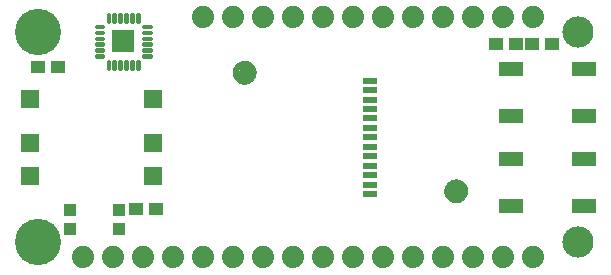
<source format=gbr>
G04 EAGLE Gerber RS-274X export*
G75*
%MOMM*%
%FSLAX34Y34*%
%LPD*%
%INSoldermask Top*%
%IPPOS*%
%AMOC8*
5,1,8,0,0,1.08239X$1,22.5*%
G01*
%ADD10C,1.101600*%
%ADD11C,0.500000*%
%ADD12C,2.641600*%
%ADD13C,3.911600*%
%ADD14C,1.879600*%
%ADD15R,1.001600X1.001600*%
%ADD16R,1.301600X0.501600*%
%ADD17R,2.101600X1.301600*%
%ADD18R,1.601600X1.501600*%
%ADD19R,1.176600X1.101600*%
%ADD20C,0.240406*%
%ADD21R,1.879600X1.879600*%


D10*
X200660Y168910D03*
D11*
X200660Y176410D02*
X200479Y176408D01*
X200298Y176401D01*
X200117Y176390D01*
X199936Y176375D01*
X199756Y176355D01*
X199576Y176331D01*
X199397Y176303D01*
X199219Y176270D01*
X199042Y176233D01*
X198865Y176192D01*
X198690Y176147D01*
X198515Y176097D01*
X198342Y176043D01*
X198171Y175985D01*
X198000Y175923D01*
X197832Y175856D01*
X197665Y175786D01*
X197499Y175712D01*
X197336Y175633D01*
X197175Y175551D01*
X197015Y175465D01*
X196858Y175375D01*
X196703Y175281D01*
X196550Y175184D01*
X196400Y175082D01*
X196252Y174978D01*
X196106Y174869D01*
X195964Y174758D01*
X195824Y174642D01*
X195687Y174524D01*
X195552Y174402D01*
X195421Y174277D01*
X195293Y174149D01*
X195168Y174018D01*
X195046Y173883D01*
X194928Y173746D01*
X194812Y173606D01*
X194701Y173464D01*
X194592Y173318D01*
X194488Y173170D01*
X194386Y173020D01*
X194289Y172867D01*
X194195Y172712D01*
X194105Y172555D01*
X194019Y172395D01*
X193937Y172234D01*
X193858Y172071D01*
X193784Y171905D01*
X193714Y171738D01*
X193647Y171570D01*
X193585Y171399D01*
X193527Y171228D01*
X193473Y171055D01*
X193423Y170880D01*
X193378Y170705D01*
X193337Y170528D01*
X193300Y170351D01*
X193267Y170173D01*
X193239Y169994D01*
X193215Y169814D01*
X193195Y169634D01*
X193180Y169453D01*
X193169Y169272D01*
X193162Y169091D01*
X193160Y168910D01*
X200660Y176410D02*
X200841Y176408D01*
X201022Y176401D01*
X201203Y176390D01*
X201384Y176375D01*
X201564Y176355D01*
X201744Y176331D01*
X201923Y176303D01*
X202101Y176270D01*
X202278Y176233D01*
X202455Y176192D01*
X202630Y176147D01*
X202805Y176097D01*
X202978Y176043D01*
X203149Y175985D01*
X203320Y175923D01*
X203488Y175856D01*
X203655Y175786D01*
X203821Y175712D01*
X203984Y175633D01*
X204145Y175551D01*
X204305Y175465D01*
X204462Y175375D01*
X204617Y175281D01*
X204770Y175184D01*
X204920Y175082D01*
X205068Y174978D01*
X205214Y174869D01*
X205356Y174758D01*
X205496Y174642D01*
X205633Y174524D01*
X205768Y174402D01*
X205899Y174277D01*
X206027Y174149D01*
X206152Y174018D01*
X206274Y173883D01*
X206392Y173746D01*
X206508Y173606D01*
X206619Y173464D01*
X206728Y173318D01*
X206832Y173170D01*
X206934Y173020D01*
X207031Y172867D01*
X207125Y172712D01*
X207215Y172555D01*
X207301Y172395D01*
X207383Y172234D01*
X207462Y172071D01*
X207536Y171905D01*
X207606Y171738D01*
X207673Y171570D01*
X207735Y171399D01*
X207793Y171228D01*
X207847Y171055D01*
X207897Y170880D01*
X207942Y170705D01*
X207983Y170528D01*
X208020Y170351D01*
X208053Y170173D01*
X208081Y169994D01*
X208105Y169814D01*
X208125Y169634D01*
X208140Y169453D01*
X208151Y169272D01*
X208158Y169091D01*
X208160Y168910D01*
X208158Y168729D01*
X208151Y168548D01*
X208140Y168367D01*
X208125Y168186D01*
X208105Y168006D01*
X208081Y167826D01*
X208053Y167647D01*
X208020Y167469D01*
X207983Y167292D01*
X207942Y167115D01*
X207897Y166940D01*
X207847Y166765D01*
X207793Y166592D01*
X207735Y166421D01*
X207673Y166250D01*
X207606Y166082D01*
X207536Y165915D01*
X207462Y165749D01*
X207383Y165586D01*
X207301Y165425D01*
X207215Y165265D01*
X207125Y165108D01*
X207031Y164953D01*
X206934Y164800D01*
X206832Y164650D01*
X206728Y164502D01*
X206619Y164356D01*
X206508Y164214D01*
X206392Y164074D01*
X206274Y163937D01*
X206152Y163802D01*
X206027Y163671D01*
X205899Y163543D01*
X205768Y163418D01*
X205633Y163296D01*
X205496Y163178D01*
X205356Y163062D01*
X205214Y162951D01*
X205068Y162842D01*
X204920Y162738D01*
X204770Y162636D01*
X204617Y162539D01*
X204462Y162445D01*
X204305Y162355D01*
X204145Y162269D01*
X203984Y162187D01*
X203821Y162108D01*
X203655Y162034D01*
X203488Y161964D01*
X203320Y161897D01*
X203149Y161835D01*
X202978Y161777D01*
X202805Y161723D01*
X202630Y161673D01*
X202455Y161628D01*
X202278Y161587D01*
X202101Y161550D01*
X201923Y161517D01*
X201744Y161489D01*
X201564Y161465D01*
X201384Y161445D01*
X201203Y161430D01*
X201022Y161419D01*
X200841Y161412D01*
X200660Y161410D01*
X200479Y161412D01*
X200298Y161419D01*
X200117Y161430D01*
X199936Y161445D01*
X199756Y161465D01*
X199576Y161489D01*
X199397Y161517D01*
X199219Y161550D01*
X199042Y161587D01*
X198865Y161628D01*
X198690Y161673D01*
X198515Y161723D01*
X198342Y161777D01*
X198171Y161835D01*
X198000Y161897D01*
X197832Y161964D01*
X197665Y162034D01*
X197499Y162108D01*
X197336Y162187D01*
X197175Y162269D01*
X197015Y162355D01*
X196858Y162445D01*
X196703Y162539D01*
X196550Y162636D01*
X196400Y162738D01*
X196252Y162842D01*
X196106Y162951D01*
X195964Y163062D01*
X195824Y163178D01*
X195687Y163296D01*
X195552Y163418D01*
X195421Y163543D01*
X195293Y163671D01*
X195168Y163802D01*
X195046Y163937D01*
X194928Y164074D01*
X194812Y164214D01*
X194701Y164356D01*
X194592Y164502D01*
X194488Y164650D01*
X194386Y164800D01*
X194289Y164953D01*
X194195Y165108D01*
X194105Y165265D01*
X194019Y165425D01*
X193937Y165586D01*
X193858Y165749D01*
X193784Y165915D01*
X193714Y166082D01*
X193647Y166250D01*
X193585Y166421D01*
X193527Y166592D01*
X193473Y166765D01*
X193423Y166940D01*
X193378Y167115D01*
X193337Y167292D01*
X193300Y167469D01*
X193267Y167647D01*
X193239Y167826D01*
X193215Y168006D01*
X193195Y168186D01*
X193180Y168367D01*
X193169Y168548D01*
X193162Y168729D01*
X193160Y168910D01*
D10*
X379730Y68580D03*
D11*
X379730Y76080D02*
X379549Y76078D01*
X379368Y76071D01*
X379187Y76060D01*
X379006Y76045D01*
X378826Y76025D01*
X378646Y76001D01*
X378467Y75973D01*
X378289Y75940D01*
X378112Y75903D01*
X377935Y75862D01*
X377760Y75817D01*
X377585Y75767D01*
X377412Y75713D01*
X377241Y75655D01*
X377070Y75593D01*
X376902Y75526D01*
X376735Y75456D01*
X376569Y75382D01*
X376406Y75303D01*
X376245Y75221D01*
X376085Y75135D01*
X375928Y75045D01*
X375773Y74951D01*
X375620Y74854D01*
X375470Y74752D01*
X375322Y74648D01*
X375176Y74539D01*
X375034Y74428D01*
X374894Y74312D01*
X374757Y74194D01*
X374622Y74072D01*
X374491Y73947D01*
X374363Y73819D01*
X374238Y73688D01*
X374116Y73553D01*
X373998Y73416D01*
X373882Y73276D01*
X373771Y73134D01*
X373662Y72988D01*
X373558Y72840D01*
X373456Y72690D01*
X373359Y72537D01*
X373265Y72382D01*
X373175Y72225D01*
X373089Y72065D01*
X373007Y71904D01*
X372928Y71741D01*
X372854Y71575D01*
X372784Y71408D01*
X372717Y71240D01*
X372655Y71069D01*
X372597Y70898D01*
X372543Y70725D01*
X372493Y70550D01*
X372448Y70375D01*
X372407Y70198D01*
X372370Y70021D01*
X372337Y69843D01*
X372309Y69664D01*
X372285Y69484D01*
X372265Y69304D01*
X372250Y69123D01*
X372239Y68942D01*
X372232Y68761D01*
X372230Y68580D01*
X379730Y76080D02*
X379911Y76078D01*
X380092Y76071D01*
X380273Y76060D01*
X380454Y76045D01*
X380634Y76025D01*
X380814Y76001D01*
X380993Y75973D01*
X381171Y75940D01*
X381348Y75903D01*
X381525Y75862D01*
X381700Y75817D01*
X381875Y75767D01*
X382048Y75713D01*
X382219Y75655D01*
X382390Y75593D01*
X382558Y75526D01*
X382725Y75456D01*
X382891Y75382D01*
X383054Y75303D01*
X383215Y75221D01*
X383375Y75135D01*
X383532Y75045D01*
X383687Y74951D01*
X383840Y74854D01*
X383990Y74752D01*
X384138Y74648D01*
X384284Y74539D01*
X384426Y74428D01*
X384566Y74312D01*
X384703Y74194D01*
X384838Y74072D01*
X384969Y73947D01*
X385097Y73819D01*
X385222Y73688D01*
X385344Y73553D01*
X385462Y73416D01*
X385578Y73276D01*
X385689Y73134D01*
X385798Y72988D01*
X385902Y72840D01*
X386004Y72690D01*
X386101Y72537D01*
X386195Y72382D01*
X386285Y72225D01*
X386371Y72065D01*
X386453Y71904D01*
X386532Y71741D01*
X386606Y71575D01*
X386676Y71408D01*
X386743Y71240D01*
X386805Y71069D01*
X386863Y70898D01*
X386917Y70725D01*
X386967Y70550D01*
X387012Y70375D01*
X387053Y70198D01*
X387090Y70021D01*
X387123Y69843D01*
X387151Y69664D01*
X387175Y69484D01*
X387195Y69304D01*
X387210Y69123D01*
X387221Y68942D01*
X387228Y68761D01*
X387230Y68580D01*
X387228Y68399D01*
X387221Y68218D01*
X387210Y68037D01*
X387195Y67856D01*
X387175Y67676D01*
X387151Y67496D01*
X387123Y67317D01*
X387090Y67139D01*
X387053Y66962D01*
X387012Y66785D01*
X386967Y66610D01*
X386917Y66435D01*
X386863Y66262D01*
X386805Y66091D01*
X386743Y65920D01*
X386676Y65752D01*
X386606Y65585D01*
X386532Y65419D01*
X386453Y65256D01*
X386371Y65095D01*
X386285Y64935D01*
X386195Y64778D01*
X386101Y64623D01*
X386004Y64470D01*
X385902Y64320D01*
X385798Y64172D01*
X385689Y64026D01*
X385578Y63884D01*
X385462Y63744D01*
X385344Y63607D01*
X385222Y63472D01*
X385097Y63341D01*
X384969Y63213D01*
X384838Y63088D01*
X384703Y62966D01*
X384566Y62848D01*
X384426Y62732D01*
X384284Y62621D01*
X384138Y62512D01*
X383990Y62408D01*
X383840Y62306D01*
X383687Y62209D01*
X383532Y62115D01*
X383375Y62025D01*
X383215Y61939D01*
X383054Y61857D01*
X382891Y61778D01*
X382725Y61704D01*
X382558Y61634D01*
X382390Y61567D01*
X382219Y61505D01*
X382048Y61447D01*
X381875Y61393D01*
X381700Y61343D01*
X381525Y61298D01*
X381348Y61257D01*
X381171Y61220D01*
X380993Y61187D01*
X380814Y61159D01*
X380634Y61135D01*
X380454Y61115D01*
X380273Y61100D01*
X380092Y61089D01*
X379911Y61082D01*
X379730Y61080D01*
X379549Y61082D01*
X379368Y61089D01*
X379187Y61100D01*
X379006Y61115D01*
X378826Y61135D01*
X378646Y61159D01*
X378467Y61187D01*
X378289Y61220D01*
X378112Y61257D01*
X377935Y61298D01*
X377760Y61343D01*
X377585Y61393D01*
X377412Y61447D01*
X377241Y61505D01*
X377070Y61567D01*
X376902Y61634D01*
X376735Y61704D01*
X376569Y61778D01*
X376406Y61857D01*
X376245Y61939D01*
X376085Y62025D01*
X375928Y62115D01*
X375773Y62209D01*
X375620Y62306D01*
X375470Y62408D01*
X375322Y62512D01*
X375176Y62621D01*
X375034Y62732D01*
X374894Y62848D01*
X374757Y62966D01*
X374622Y63088D01*
X374491Y63213D01*
X374363Y63341D01*
X374238Y63472D01*
X374116Y63607D01*
X373998Y63744D01*
X373882Y63884D01*
X373771Y64026D01*
X373662Y64172D01*
X373558Y64320D01*
X373456Y64470D01*
X373359Y64623D01*
X373265Y64778D01*
X373175Y64935D01*
X373089Y65095D01*
X373007Y65256D01*
X372928Y65419D01*
X372854Y65585D01*
X372784Y65752D01*
X372717Y65920D01*
X372655Y66091D01*
X372597Y66262D01*
X372543Y66435D01*
X372493Y66610D01*
X372448Y66785D01*
X372407Y66962D01*
X372370Y67139D01*
X372337Y67317D01*
X372309Y67496D01*
X372285Y67676D01*
X372265Y67856D01*
X372250Y68037D01*
X372239Y68218D01*
X372232Y68399D01*
X372230Y68580D01*
D12*
X482600Y203200D03*
X482600Y25400D03*
D13*
X25400Y203200D03*
X25400Y25400D03*
D14*
X165100Y215900D03*
X190500Y215900D03*
X215900Y215900D03*
X241300Y215900D03*
X266700Y215900D03*
X292100Y215900D03*
X317500Y215900D03*
X342900Y215900D03*
X368300Y215900D03*
X393700Y215900D03*
X419100Y215900D03*
X444500Y215900D03*
X165100Y12700D03*
X190500Y12700D03*
X215900Y12700D03*
X241300Y12700D03*
X266700Y12700D03*
X292100Y12700D03*
X317500Y12700D03*
X342900Y12700D03*
X368300Y12700D03*
X393700Y12700D03*
X419100Y12700D03*
X444500Y12700D03*
X139700Y12700D03*
X114300Y12700D03*
X88900Y12700D03*
X63500Y12700D03*
D15*
X94160Y52450D03*
X94160Y36450D03*
X53160Y36450D03*
X53160Y52450D03*
D16*
X306400Y66300D03*
X306400Y74300D03*
X306400Y82300D03*
X306400Y90300D03*
X306400Y98300D03*
X306400Y106300D03*
X306400Y114300D03*
X306400Y122300D03*
X306400Y130300D03*
X306400Y138300D03*
X306400Y146300D03*
X306400Y154300D03*
X306400Y162300D03*
D17*
X488200Y56200D03*
X426200Y56200D03*
X426200Y96200D03*
X488200Y96200D03*
X426200Y172400D03*
X488200Y172400D03*
X488200Y132400D03*
X426200Y132400D03*
D18*
X19120Y146800D03*
X19120Y109800D03*
X19120Y81800D03*
X123120Y81800D03*
X123120Y109800D03*
X123120Y146800D03*
D19*
X108340Y53340D03*
X125340Y53340D03*
D20*
X81096Y208786D02*
X74484Y208786D01*
X81096Y208786D02*
X81096Y207374D01*
X74484Y207374D01*
X74484Y208786D01*
X74484Y203786D02*
X81096Y203786D01*
X81096Y202374D01*
X74484Y202374D01*
X74484Y203786D01*
X74484Y198786D02*
X81096Y198786D01*
X81096Y197374D01*
X74484Y197374D01*
X74484Y198786D01*
X74484Y193786D02*
X81096Y193786D01*
X81096Y192374D01*
X74484Y192374D01*
X74484Y193786D01*
X74484Y188786D02*
X81096Y188786D01*
X81096Y187374D01*
X74484Y187374D01*
X74484Y188786D01*
X74484Y183786D02*
X81096Y183786D01*
X81096Y182374D01*
X74484Y182374D01*
X74484Y183786D01*
X85996Y178886D02*
X85996Y172274D01*
X84584Y172274D01*
X84584Y178886D01*
X85996Y178886D01*
X85996Y174558D02*
X84584Y174558D01*
X84584Y176842D02*
X85996Y176842D01*
X90996Y178886D02*
X90996Y172274D01*
X89584Y172274D01*
X89584Y178886D01*
X90996Y178886D01*
X90996Y174558D02*
X89584Y174558D01*
X89584Y176842D02*
X90996Y176842D01*
X95996Y178886D02*
X95996Y172274D01*
X94584Y172274D01*
X94584Y178886D01*
X95996Y178886D01*
X95996Y174558D02*
X94584Y174558D01*
X94584Y176842D02*
X95996Y176842D01*
X100996Y178886D02*
X100996Y172274D01*
X99584Y172274D01*
X99584Y178886D01*
X100996Y178886D01*
X100996Y174558D02*
X99584Y174558D01*
X99584Y176842D02*
X100996Y176842D01*
X105996Y178886D02*
X105996Y172274D01*
X104584Y172274D01*
X104584Y178886D01*
X105996Y178886D01*
X105996Y174558D02*
X104584Y174558D01*
X104584Y176842D02*
X105996Y176842D01*
X110996Y178886D02*
X110996Y172274D01*
X109584Y172274D01*
X109584Y178886D01*
X110996Y178886D01*
X110996Y174558D02*
X109584Y174558D01*
X109584Y176842D02*
X110996Y176842D01*
X114484Y182374D02*
X121096Y182374D01*
X114484Y182374D02*
X114484Y183786D01*
X121096Y183786D01*
X121096Y182374D01*
X121096Y187374D02*
X114484Y187374D01*
X114484Y188786D01*
X121096Y188786D01*
X121096Y187374D01*
X121096Y192374D02*
X114484Y192374D01*
X114484Y193786D01*
X121096Y193786D01*
X121096Y192374D01*
X121096Y197374D02*
X114484Y197374D01*
X114484Y198786D01*
X121096Y198786D01*
X121096Y197374D01*
X121096Y202374D02*
X114484Y202374D01*
X114484Y203786D01*
X121096Y203786D01*
X121096Y202374D01*
X121096Y207374D02*
X114484Y207374D01*
X114484Y208786D01*
X121096Y208786D01*
X121096Y207374D01*
X109584Y212274D02*
X109584Y218886D01*
X110996Y218886D01*
X110996Y212274D01*
X109584Y212274D01*
X109584Y214558D02*
X110996Y214558D01*
X110996Y216842D02*
X109584Y216842D01*
X104584Y218886D02*
X104584Y212274D01*
X104584Y218886D02*
X105996Y218886D01*
X105996Y212274D01*
X104584Y212274D01*
X104584Y214558D02*
X105996Y214558D01*
X105996Y216842D02*
X104584Y216842D01*
X99584Y218886D02*
X99584Y212274D01*
X99584Y218886D02*
X100996Y218886D01*
X100996Y212274D01*
X99584Y212274D01*
X99584Y214558D02*
X100996Y214558D01*
X100996Y216842D02*
X99584Y216842D01*
X94584Y218886D02*
X94584Y212274D01*
X94584Y218886D02*
X95996Y218886D01*
X95996Y212274D01*
X94584Y212274D01*
X94584Y214558D02*
X95996Y214558D01*
X95996Y216842D02*
X94584Y216842D01*
X89584Y218886D02*
X89584Y212274D01*
X89584Y218886D02*
X90996Y218886D01*
X90996Y212274D01*
X89584Y212274D01*
X89584Y214558D02*
X90996Y214558D01*
X90996Y216842D02*
X89584Y216842D01*
X84584Y218886D02*
X84584Y212274D01*
X84584Y218886D02*
X85996Y218886D01*
X85996Y212274D01*
X84584Y212274D01*
X84584Y214558D02*
X85996Y214558D01*
X85996Y216842D02*
X84584Y216842D01*
D21*
X97790Y195580D03*
D19*
X460620Y193040D03*
X443620Y193040D03*
X413140Y193040D03*
X430140Y193040D03*
X25790Y173990D03*
X42790Y173990D03*
M02*

</source>
